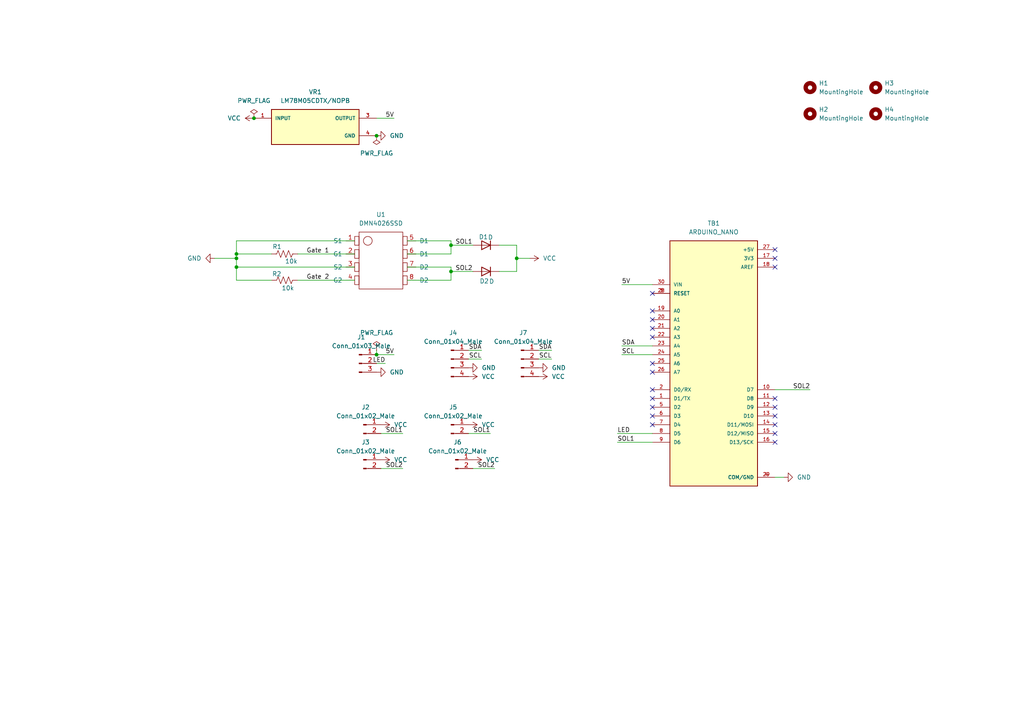
<source format=kicad_sch>
(kicad_sch (version 20211123) (generator eeschema)

  (uuid 0e0de61a-bdc0-49aa-92e9-f9aa75a7a764)

  (paper "A4")

  (lib_symbols
    (symbol "ARDUINO_NANO:ARDUINO_NANO" (pin_names (offset 1.016)) (in_bom yes) (on_board yes)
      (property "Reference" "TB" (id 0) (at -12.7 35.56 0)
        (effects (font (size 1.27 1.27)) (justify left bottom))
      )
      (property "Value" "ARDUINO_NANO" (id 1) (at -12.7 -38.1 0)
        (effects (font (size 1.27 1.27)) (justify left bottom))
      )
      (property "Footprint" "SHIELD_ARDUINO_NANO" (id 2) (at 0 0 0)
        (effects (font (size 1.27 1.27)) (justify left bottom) hide)
      )
      (property "Datasheet" "" (id 3) (at 0 0 0)
        (effects (font (size 1.27 1.27)) (justify left bottom) hide)
      )
      (property "STANDARD" "Manufacturer Recommendations" (id 4) (at 0 0 0)
        (effects (font (size 1.27 1.27)) (justify left bottom) hide)
      )
      (property "MANUFACTURER" "ARDUINO" (id 5) (at 0 0 0)
        (effects (font (size 1.27 1.27)) (justify left bottom) hide)
      )
      (property "ki_locked" "" (id 6) (at 0 0 0)
        (effects (font (size 1.27 1.27)))
      )
      (symbol "ARDUINO_NANO_0_0"
        (rectangle (start -12.7 -35.56) (end 12.7 35.56)
          (stroke (width 0.254) (type default) (color 0 0 0 0))
          (fill (type background))
        )
        (pin bidirectional line (at -17.78 -10.16 0) (length 5.08)
          (name "D1/TX" (effects (font (size 1.016 1.016))))
          (number "1" (effects (font (size 1.016 1.016))))
        )
        (pin bidirectional line (at 17.78 -7.62 180) (length 5.08)
          (name "D7" (effects (font (size 1.016 1.016))))
          (number "10" (effects (font (size 1.016 1.016))))
        )
        (pin bidirectional line (at 17.78 -10.16 180) (length 5.08)
          (name "D8" (effects (font (size 1.016 1.016))))
          (number "11" (effects (font (size 1.016 1.016))))
        )
        (pin bidirectional line (at 17.78 -12.7 180) (length 5.08)
          (name "D9" (effects (font (size 1.016 1.016))))
          (number "12" (effects (font (size 1.016 1.016))))
        )
        (pin bidirectional line (at 17.78 -15.24 180) (length 5.08)
          (name "D10" (effects (font (size 1.016 1.016))))
          (number "13" (effects (font (size 1.016 1.016))))
        )
        (pin bidirectional line (at 17.78 -17.78 180) (length 5.08)
          (name "D11/MOSI" (effects (font (size 1.016 1.016))))
          (number "14" (effects (font (size 1.016 1.016))))
        )
        (pin bidirectional line (at 17.78 -20.32 180) (length 5.08)
          (name "D12/MISO" (effects (font (size 1.016 1.016))))
          (number "15" (effects (font (size 1.016 1.016))))
        )
        (pin bidirectional line (at 17.78 -22.86 180) (length 5.08)
          (name "D13/SCK" (effects (font (size 1.016 1.016))))
          (number "16" (effects (font (size 1.016 1.016))))
        )
        (pin power_in line (at 17.78 30.48 180) (length 5.08)
          (name "3V3" (effects (font (size 1.016 1.016))))
          (number "17" (effects (font (size 1.016 1.016))))
        )
        (pin power_in line (at 17.78 27.94 180) (length 5.08)
          (name "AREF" (effects (font (size 1.016 1.016))))
          (number "18" (effects (font (size 1.016 1.016))))
        )
        (pin input line (at -17.78 15.24 0) (length 5.08)
          (name "A0" (effects (font (size 1.016 1.016))))
          (number "19" (effects (font (size 1.016 1.016))))
        )
        (pin bidirectional line (at -17.78 -7.62 0) (length 5.08)
          (name "D0/RX" (effects (font (size 1.016 1.016))))
          (number "2" (effects (font (size 1.016 1.016))))
        )
        (pin input line (at -17.78 12.7 0) (length 5.08)
          (name "A1" (effects (font (size 1.016 1.016))))
          (number "20" (effects (font (size 1.016 1.016))))
        )
        (pin input line (at -17.78 10.16 0) (length 5.08)
          (name "A2" (effects (font (size 1.016 1.016))))
          (number "21" (effects (font (size 1.016 1.016))))
        )
        (pin input line (at -17.78 7.62 0) (length 5.08)
          (name "A3" (effects (font (size 1.016 1.016))))
          (number "22" (effects (font (size 1.016 1.016))))
        )
        (pin input line (at -17.78 5.08 0) (length 5.08)
          (name "A4" (effects (font (size 1.016 1.016))))
          (number "23" (effects (font (size 1.016 1.016))))
        )
        (pin input line (at -17.78 2.54 0) (length 5.08)
          (name "A5" (effects (font (size 1.016 1.016))))
          (number "24" (effects (font (size 1.016 1.016))))
        )
        (pin input line (at -17.78 0 0) (length 5.08)
          (name "A6" (effects (font (size 1.016 1.016))))
          (number "25" (effects (font (size 1.016 1.016))))
        )
        (pin input line (at -17.78 -2.54 0) (length 5.08)
          (name "A7" (effects (font (size 1.016 1.016))))
          (number "26" (effects (font (size 1.016 1.016))))
        )
        (pin power_in line (at 17.78 33.02 180) (length 5.08)
          (name "+5V" (effects (font (size 1.016 1.016))))
          (number "27" (effects (font (size 1.016 1.016))))
        )
        (pin input line (at -17.78 20.32 0) (length 5.08)
          (name "RESET" (effects (font (size 1.016 1.016))))
          (number "28" (effects (font (size 1.016 1.016))))
        )
        (pin power_in line (at 17.78 -33.02 180) (length 5.08)
          (name "COM/GND" (effects (font (size 1.016 1.016))))
          (number "29" (effects (font (size 1.016 1.016))))
        )
        (pin input line (at -17.78 20.32 0) (length 5.08)
          (name "RESET" (effects (font (size 1.016 1.016))))
          (number "3" (effects (font (size 1.016 1.016))))
        )
        (pin input line (at -17.78 22.86 0) (length 5.08)
          (name "VIN" (effects (font (size 1.016 1.016))))
          (number "30" (effects (font (size 1.016 1.016))))
        )
        (pin power_in line (at 17.78 -33.02 180) (length 5.08)
          (name "COM/GND" (effects (font (size 1.016 1.016))))
          (number "4" (effects (font (size 1.016 1.016))))
        )
        (pin bidirectional line (at -17.78 -12.7 0) (length 5.08)
          (name "D2" (effects (font (size 1.016 1.016))))
          (number "5" (effects (font (size 1.016 1.016))))
        )
        (pin bidirectional line (at -17.78 -15.24 0) (length 5.08)
          (name "D3" (effects (font (size 1.016 1.016))))
          (number "6" (effects (font (size 1.016 1.016))))
        )
        (pin bidirectional line (at -17.78 -17.78 0) (length 5.08)
          (name "D4" (effects (font (size 1.016 1.016))))
          (number "7" (effects (font (size 1.016 1.016))))
        )
        (pin bidirectional line (at -17.78 -20.32 0) (length 5.08)
          (name "D5" (effects (font (size 1.016 1.016))))
          (number "8" (effects (font (size 1.016 1.016))))
        )
        (pin bidirectional line (at -17.78 -22.86 0) (length 5.08)
          (name "D6" (effects (font (size 1.016 1.016))))
          (number "9" (effects (font (size 1.016 1.016))))
        )
      )
    )
    (symbol "Connector:Conn_01x02_Male" (pin_names (offset 1.016) hide) (in_bom yes) (on_board yes)
      (property "Reference" "J" (id 0) (at 0 2.54 0)
        (effects (font (size 1.27 1.27)))
      )
      (property "Value" "Conn_01x02_Male" (id 1) (at 0 -5.08 0)
        (effects (font (size 1.27 1.27)))
      )
      (property "Footprint" "" (id 2) (at 0 0 0)
        (effects (font (size 1.27 1.27)) hide)
      )
      (property "Datasheet" "~" (id 3) (at 0 0 0)
        (effects (font (size 1.27 1.27)) hide)
      )
      (property "ki_keywords" "connector" (id 4) (at 0 0 0)
        (effects (font (size 1.27 1.27)) hide)
      )
      (property "ki_description" "Generic connector, single row, 01x02, script generated (kicad-library-utils/schlib/autogen/connector/)" (id 5) (at 0 0 0)
        (effects (font (size 1.27 1.27)) hide)
      )
      (property "ki_fp_filters" "Connector*:*_1x??_*" (id 6) (at 0 0 0)
        (effects (font (size 1.27 1.27)) hide)
      )
      (symbol "Conn_01x02_Male_1_1"
        (polyline
          (pts
            (xy 1.27 -2.54)
            (xy 0.8636 -2.54)
          )
          (stroke (width 0.1524) (type default) (color 0 0 0 0))
          (fill (type none))
        )
        (polyline
          (pts
            (xy 1.27 0)
            (xy 0.8636 0)
          )
          (stroke (width 0.1524) (type default) (color 0 0 0 0))
          (fill (type none))
        )
        (rectangle (start 0.8636 -2.413) (end 0 -2.667)
          (stroke (width 0.1524) (type default) (color 0 0 0 0))
          (fill (type outline))
        )
        (rectangle (start 0.8636 0.127) (end 0 -0.127)
          (stroke (width 0.1524) (type default) (color 0 0 0 0))
          (fill (type outline))
        )
        (pin passive line (at 5.08 0 180) (length 3.81)
          (name "Pin_1" (effects (font (size 1.27 1.27))))
          (number "1" (effects (font (size 1.27 1.27))))
        )
        (pin passive line (at 5.08 -2.54 180) (length 3.81)
          (name "Pin_2" (effects (font (size 1.27 1.27))))
          (number "2" (effects (font (size 1.27 1.27))))
        )
      )
    )
    (symbol "Connector:Conn_01x03_Male" (pin_names (offset 1.016) hide) (in_bom yes) (on_board yes)
      (property "Reference" "J" (id 0) (at 0 5.08 0)
        (effects (font (size 1.27 1.27)))
      )
      (property "Value" "Conn_01x03_Male" (id 1) (at 0 -5.08 0)
        (effects (font (size 1.27 1.27)))
      )
      (property "Footprint" "" (id 2) (at 0 0 0)
        (effects (font (size 1.27 1.27)) hide)
      )
      (property "Datasheet" "~" (id 3) (at 0 0 0)
        (effects (font (size 1.27 1.27)) hide)
      )
      (property "ki_keywords" "connector" (id 4) (at 0 0 0)
        (effects (font (size 1.27 1.27)) hide)
      )
      (property "ki_description" "Generic connector, single row, 01x03, script generated (kicad-library-utils/schlib/autogen/connector/)" (id 5) (at 0 0 0)
        (effects (font (size 1.27 1.27)) hide)
      )
      (property "ki_fp_filters" "Connector*:*_1x??_*" (id 6) (at 0 0 0)
        (effects (font (size 1.27 1.27)) hide)
      )
      (symbol "Conn_01x03_Male_1_1"
        (polyline
          (pts
            (xy 1.27 -2.54)
            (xy 0.8636 -2.54)
          )
          (stroke (width 0.1524) (type default) (color 0 0 0 0))
          (fill (type none))
        )
        (polyline
          (pts
            (xy 1.27 0)
            (xy 0.8636 0)
          )
          (stroke (width 0.1524) (type default) (color 0 0 0 0))
          (fill (type none))
        )
        (polyline
          (pts
            (xy 1.27 2.54)
            (xy 0.8636 2.54)
          )
          (stroke (width 0.1524) (type default) (color 0 0 0 0))
          (fill (type none))
        )
        (rectangle (start 0.8636 -2.413) (end 0 -2.667)
          (stroke (width 0.1524) (type default) (color 0 0 0 0))
          (fill (type outline))
        )
        (rectangle (start 0.8636 0.127) (end 0 -0.127)
          (stroke (width 0.1524) (type default) (color 0 0 0 0))
          (fill (type outline))
        )
        (rectangle (start 0.8636 2.667) (end 0 2.413)
          (stroke (width 0.1524) (type default) (color 0 0 0 0))
          (fill (type outline))
        )
        (pin passive line (at 5.08 2.54 180) (length 3.81)
          (name "Pin_1" (effects (font (size 1.27 1.27))))
          (number "1" (effects (font (size 1.27 1.27))))
        )
        (pin passive line (at 5.08 0 180) (length 3.81)
          (name "Pin_2" (effects (font (size 1.27 1.27))))
          (number "2" (effects (font (size 1.27 1.27))))
        )
        (pin passive line (at 5.08 -2.54 180) (length 3.81)
          (name "Pin_3" (effects (font (size 1.27 1.27))))
          (number "3" (effects (font (size 1.27 1.27))))
        )
      )
    )
    (symbol "Connector:Conn_01x04_Male" (pin_names (offset 1.016) hide) (in_bom yes) (on_board yes)
      (property "Reference" "J" (id 0) (at 0 5.08 0)
        (effects (font (size 1.27 1.27)))
      )
      (property "Value" "Conn_01x04_Male" (id 1) (at 0 -7.62 0)
        (effects (font (size 1.27 1.27)))
      )
      (property "Footprint" "" (id 2) (at 0 0 0)
        (effects (font (size 1.27 1.27)) hide)
      )
      (property "Datasheet" "~" (id 3) (at 0 0 0)
        (effects (font (size 1.27 1.27)) hide)
      )
      (property "ki_keywords" "connector" (id 4) (at 0 0 0)
        (effects (font (size 1.27 1.27)) hide)
      )
      (property "ki_description" "Generic connector, single row, 01x04, script generated (kicad-library-utils/schlib/autogen/connector/)" (id 5) (at 0 0 0)
        (effects (font (size 1.27 1.27)) hide)
      )
      (property "ki_fp_filters" "Connector*:*_1x??_*" (id 6) (at 0 0 0)
        (effects (font (size 1.27 1.27)) hide)
      )
      (symbol "Conn_01x04_Male_1_1"
        (polyline
          (pts
            (xy 1.27 -5.08)
            (xy 0.8636 -5.08)
          )
          (stroke (width 0.1524) (type default) (color 0 0 0 0))
          (fill (type none))
        )
        (polyline
          (pts
            (xy 1.27 -2.54)
            (xy 0.8636 -2.54)
          )
          (stroke (width 0.1524) (type default) (color 0 0 0 0))
          (fill (type none))
        )
        (polyline
          (pts
            (xy 1.27 0)
            (xy 0.8636 0)
          )
          (stroke (width 0.1524) (type default) (color 0 0 0 0))
          (fill (type none))
        )
        (polyline
          (pts
            (xy 1.27 2.54)
            (xy 0.8636 2.54)
          )
          (stroke (width 0.1524) (type default) (color 0 0 0 0))
          (fill (type none))
        )
        (rectangle (start 0.8636 -4.953) (end 0 -5.207)
          (stroke (width 0.1524) (type default) (color 0 0 0 0))
          (fill (type outline))
        )
        (rectangle (start 0.8636 -2.413) (end 0 -2.667)
          (stroke (width 0.1524) (type default) (color 0 0 0 0))
          (fill (type outline))
        )
        (rectangle (start 0.8636 0.127) (end 0 -0.127)
          (stroke (width 0.1524) (type default) (color 0 0 0 0))
          (fill (type outline))
        )
        (rectangle (start 0.8636 2.667) (end 0 2.413)
          (stroke (width 0.1524) (type default) (color 0 0 0 0))
          (fill (type outline))
        )
        (pin passive line (at 5.08 2.54 180) (length 3.81)
          (name "Pin_1" (effects (font (size 1.27 1.27))))
          (number "1" (effects (font (size 1.27 1.27))))
        )
        (pin passive line (at 5.08 0 180) (length 3.81)
          (name "Pin_2" (effects (font (size 1.27 1.27))))
          (number "2" (effects (font (size 1.27 1.27))))
        )
        (pin passive line (at 5.08 -2.54 180) (length 3.81)
          (name "Pin_3" (effects (font (size 1.27 1.27))))
          (number "3" (effects (font (size 1.27 1.27))))
        )
        (pin passive line (at 5.08 -5.08 180) (length 3.81)
          (name "Pin_4" (effects (font (size 1.27 1.27))))
          (number "4" (effects (font (size 1.27 1.27))))
        )
      )
    )
    (symbol "Device:D" (pin_numbers hide) (pin_names (offset 1.016) hide) (in_bom yes) (on_board yes)
      (property "Reference" "D" (id 0) (at 0 2.54 0)
        (effects (font (size 1.27 1.27)))
      )
      (property "Value" "D" (id 1) (at 0 -2.54 0)
        (effects (font (size 1.27 1.27)))
      )
      (property "Footprint" "" (id 2) (at 0 0 0)
        (effects (font (size 1.27 1.27)) hide)
      )
      (property "Datasheet" "~" (id 3) (at 0 0 0)
        (effects (font (size 1.27 1.27)) hide)
      )
      (property "ki_keywords" "diode" (id 4) (at 0 0 0)
        (effects (font (size 1.27 1.27)) hide)
      )
      (property "ki_description" "Diode" (id 5) (at 0 0 0)
        (effects (font (size 1.27 1.27)) hide)
      )
      (property "ki_fp_filters" "TO-???* *_Diode_* *SingleDiode* D_*" (id 6) (at 0 0 0)
        (effects (font (size 1.27 1.27)) hide)
      )
      (symbol "D_0_1"
        (polyline
          (pts
            (xy -1.27 1.27)
            (xy -1.27 -1.27)
          )
          (stroke (width 0.254) (type default) (color 0 0 0 0))
          (fill (type none))
        )
        (polyline
          (pts
            (xy 1.27 0)
            (xy -1.27 0)
          )
          (stroke (width 0) (type default) (color 0 0 0 0))
          (fill (type none))
        )
        (polyline
          (pts
            (xy 1.27 1.27)
            (xy 1.27 -1.27)
            (xy -1.27 0)
            (xy 1.27 1.27)
          )
          (stroke (width 0.254) (type default) (color 0 0 0 0))
          (fill (type none))
        )
      )
      (symbol "D_1_1"
        (pin passive line (at -3.81 0 0) (length 2.54)
          (name "K" (effects (font (size 1.27 1.27))))
          (number "1" (effects (font (size 1.27 1.27))))
        )
        (pin passive line (at 3.81 0 180) (length 2.54)
          (name "A" (effects (font (size 1.27 1.27))))
          (number "2" (effects (font (size 1.27 1.27))))
        )
      )
    )
    (symbol "Device:R_US" (pin_numbers hide) (pin_names (offset 0)) (in_bom yes) (on_board yes)
      (property "Reference" "R" (id 0) (at 2.54 0 90)
        (effects (font (size 1.27 1.27)))
      )
      (property "Value" "R_US" (id 1) (at -2.54 0 90)
        (effects (font (size 1.27 1.27)))
      )
      (property "Footprint" "" (id 2) (at 1.016 -0.254 90)
        (effects (font (size 1.27 1.27)) hide)
      )
      (property "Datasheet" "~" (id 3) (at 0 0 0)
        (effects (font (size 1.27 1.27)) hide)
      )
      (property "ki_keywords" "R res resistor" (id 4) (at 0 0 0)
        (effects (font (size 1.27 1.27)) hide)
      )
      (property "ki_description" "Resistor, US symbol" (id 5) (at 0 0 0)
        (effects (font (size 1.27 1.27)) hide)
      )
      (property "ki_fp_filters" "R_*" (id 6) (at 0 0 0)
        (effects (font (size 1.27 1.27)) hide)
      )
      (symbol "R_US_0_1"
        (polyline
          (pts
            (xy 0 -2.286)
            (xy 0 -2.54)
          )
          (stroke (width 0) (type default) (color 0 0 0 0))
          (fill (type none))
        )
        (polyline
          (pts
            (xy 0 2.286)
            (xy 0 2.54)
          )
          (stroke (width 0) (type default) (color 0 0 0 0))
          (fill (type none))
        )
        (polyline
          (pts
            (xy 0 -0.762)
            (xy 1.016 -1.143)
            (xy 0 -1.524)
            (xy -1.016 -1.905)
            (xy 0 -2.286)
          )
          (stroke (width 0) (type default) (color 0 0 0 0))
          (fill (type none))
        )
        (polyline
          (pts
            (xy 0 0.762)
            (xy 1.016 0.381)
            (xy 0 0)
            (xy -1.016 -0.381)
            (xy 0 -0.762)
          )
          (stroke (width 0) (type default) (color 0 0 0 0))
          (fill (type none))
        )
        (polyline
          (pts
            (xy 0 2.286)
            (xy 1.016 1.905)
            (xy 0 1.524)
            (xy -1.016 1.143)
            (xy 0 0.762)
          )
          (stroke (width 0) (type default) (color 0 0 0 0))
          (fill (type none))
        )
      )
      (symbol "R_US_1_1"
        (pin passive line (at 0 3.81 270) (length 1.27)
          (name "~" (effects (font (size 1.27 1.27))))
          (number "1" (effects (font (size 1.27 1.27))))
        )
        (pin passive line (at 0 -3.81 90) (length 1.27)
          (name "~" (effects (font (size 1.27 1.27))))
          (number "2" (effects (font (size 1.27 1.27))))
        )
      )
    )
    (symbol "HPS:GND" (power) (pin_names (offset 0)) (in_bom yes) (on_board yes)
      (property "Reference" "#PWR" (id 0) (at 0 -6.35 0)
        (effects (font (size 1.27 1.27)) hide)
      )
      (property "Value" "GND" (id 1) (at 0 -3.81 0)
        (effects (font (size 1.27 1.27)))
      )
      (property "Footprint" "" (id 2) (at 0 0 0)
        (effects (font (size 1.27 1.27)) hide)
      )
      (property "Datasheet" "" (id 3) (at 0 0 0)
        (effects (font (size 1.27 1.27)) hide)
      )
      (property "ki_keywords" "power-flag" (id 4) (at 0 0 0)
        (effects (font (size 1.27 1.27)) hide)
      )
      (property "ki_description" "Power symbol creates a global label with name \"GND\" , ground" (id 5) (at 0 0 0)
        (effects (font (size 1.27 1.27)) hide)
      )
      (symbol "GND_0_1"
        (polyline
          (pts
            (xy 0 0)
            (xy 0 -1.27)
            (xy 1.27 -1.27)
            (xy 0 -2.54)
            (xy -1.27 -1.27)
            (xy 0 -1.27)
          )
          (stroke (width 0) (type default) (color 0 0 0 0))
          (fill (type none))
        )
      )
      (symbol "GND_1_1"
        (pin power_in line (at 0 0 270) (length 0) hide
          (name "GND" (effects (font (size 1.27 1.27))))
          (number "1" (effects (font (size 1.27 1.27))))
        )
      )
    )
    (symbol "HPS:MountingHole" (pin_names (offset 1.016)) (in_bom yes) (on_board yes)
      (property "Reference" "H" (id 0) (at 0 5.08 0)
        (effects (font (size 1.27 1.27)))
      )
      (property "Value" "MountingHole" (id 1) (at 0 3.175 0)
        (effects (font (size 1.27 1.27)))
      )
      (property "Footprint" "footprints:MountingHole_3.2mm_M3" (id 2) (at 0 0 0)
        (effects (font (size 1.27 1.27)) hide)
      )
      (property "Datasheet" "~" (id 3) (at 0 0 0)
        (effects (font (size 1.27 1.27)) hide)
      )
      (property "ki_keywords" "mounting hole" (id 4) (at 0 0 0)
        (effects (font (size 1.27 1.27)) hide)
      )
      (property "ki_description" "Mounting Hole without connection" (id 5) (at 0 0 0)
        (effects (font (size 1.27 1.27)) hide)
      )
      (property "ki_fp_filters" "MountingHole*" (id 6) (at 0 0 0)
        (effects (font (size 1.27 1.27)) hide)
      )
      (symbol "MountingHole_0_1"
        (circle (center 0 0) (radius 1.27)
          (stroke (width 1.27) (type default) (color 0 0 0 0))
          (fill (type none))
        )
      )
    )
    (symbol "HPS:PWR_FLAG" (power) (pin_numbers hide) (pin_names (offset 0) hide) (in_bom yes) (on_board yes)
      (property "Reference" "#FLG" (id 0) (at 0 1.905 0)
        (effects (font (size 1.27 1.27)) hide)
      )
      (property "Value" "PWR_FLAG" (id 1) (at 0 3.81 0)
        (effects (font (size 1.27 1.27)))
      )
      (property "Footprint" "" (id 2) (at 0 0 0)
        (effects (font (size 1.27 1.27)) hide)
      )
      (property "Datasheet" "~" (id 3) (at 0 0 0)
        (effects (font (size 1.27 1.27)) hide)
      )
      (property "ki_keywords" "power-flag" (id 4) (at 0 0 0)
        (effects (font (size 1.27 1.27)) hide)
      )
      (property "ki_description" "Special symbol for telling ERC where power comes from" (id 5) (at 0 0 0)
        (effects (font (size 1.27 1.27)) hide)
      )
      (symbol "PWR_FLAG_0_0"
        (pin power_out line (at 0 0 90) (length 0)
          (name "pwr" (effects (font (size 1.27 1.27))))
          (number "1" (effects (font (size 1.27 1.27))))
        )
      )
      (symbol "PWR_FLAG_0_1"
        (polyline
          (pts
            (xy 0 0)
            (xy 0 1.27)
            (xy -1.016 1.905)
            (xy 0 2.54)
            (xy 1.016 1.905)
            (xy 0 1.27)
          )
          (stroke (width 0) (type default) (color 0 0 0 0))
          (fill (type none))
        )
      )
    )
    (symbol "HPS:VCC" (power) (pin_names (offset 0)) (in_bom yes) (on_board yes)
      (property "Reference" "#PWR" (id 0) (at 0 -3.81 0)
        (effects (font (size 1.27 1.27)) hide)
      )
      (property "Value" "VCC" (id 1) (at 0 3.81 0)
        (effects (font (size 1.27 1.27)))
      )
      (property "Footprint" "" (id 2) (at 0 0 0)
        (effects (font (size 1.27 1.27)) hide)
      )
      (property "Datasheet" "" (id 3) (at 0 0 0)
        (effects (font (size 1.27 1.27)) hide)
      )
      (property "ki_keywords" "power-flag" (id 4) (at 0 0 0)
        (effects (font (size 1.27 1.27)) hide)
      )
      (property "ki_description" "Power symbol creates a global label with name \"VCC\"" (id 5) (at 0 0 0)
        (effects (font (size 1.27 1.27)) hide)
      )
      (symbol "VCC_0_1"
        (polyline
          (pts
            (xy -0.762 1.27)
            (xy 0 2.54)
          )
          (stroke (width 0) (type default) (color 0 0 0 0))
          (fill (type none))
        )
        (polyline
          (pts
            (xy 0 0)
            (xy 0 2.54)
          )
          (stroke (width 0) (type default) (color 0 0 0 0))
          (fill (type none))
        )
        (polyline
          (pts
            (xy 0 2.54)
            (xy 0.762 1.27)
          )
          (stroke (width 0) (type default) (color 0 0 0 0))
          (fill (type none))
        )
      )
      (symbol "VCC_1_1"
        (pin power_in line (at 0 0 90) (length 0) hide
          (name "VCC" (effects (font (size 1.27 1.27))))
          (number "1" (effects (font (size 1.27 1.27))))
        )
      )
    )
    (symbol "LM78M05CDTX_NOPB:LM78M05CDTX{slash}NOPB" (pin_names (offset 1.016)) (in_bom yes) (on_board yes)
      (property "Reference" "VR" (id 0) (at -12.7 5.842 0)
        (effects (font (size 1.27 1.27)) (justify left bottom))
      )
      (property "Value" "LM78M05CDTX{slash}NOPB" (id 1) (at -12.7 -5.842 0)
        (effects (font (size 1.27 1.27)) (justify left bottom))
      )
      (property "Footprint" "TO228P991X255-3N" (id 2) (at 0 0 0)
        (effects (font (size 1.27 1.27)) (justify left bottom) hide)
      )
      (property "Datasheet" "" (id 3) (at 0 0 0)
        (effects (font (size 1.27 1.27)) (justify left bottom) hide)
      )
      (property "SNAPEDA_PACKAGE_ID" "102662" (id 4) (at 0 0 0)
        (effects (font (size 1.27 1.27)) (justify left bottom) hide)
      )
      (property "STANDARD" "IPC-7351B" (id 5) (at 0 0 0)
        (effects (font (size 1.27 1.27)) (justify left bottom) hide)
      )
      (property "PARTREV" "G" (id 6) (at 0 0 0)
        (effects (font (size 1.27 1.27)) (justify left bottom) hide)
      )
      (property "MANUFACTURER" "Texas Instruments" (id 7) (at 0 0 0)
        (effects (font (size 1.27 1.27)) (justify left bottom) hide)
      )
      (property "MAXIMUM_PACKAGE_HEIGHT" "2.55mm" (id 8) (at 0 0 0)
        (effects (font (size 1.27 1.27)) (justify left bottom) hide)
      )
      (property "ki_locked" "" (id 9) (at 0 0 0)
        (effects (font (size 1.27 1.27)))
      )
      (symbol "LM78M05CDTX{slash}NOPB_0_0"
        (rectangle (start -12.7 -5.08) (end 12.7 5.08)
          (stroke (width 0.254) (type default) (color 0 0 0 0))
          (fill (type background))
        )
        (pin input line (at -17.78 2.54 0) (length 5.08)
          (name "INPUT" (effects (font (size 1.016 1.016))))
          (number "1" (effects (font (size 1.016 1.016))))
        )
        (pin output line (at 17.78 2.54 180) (length 5.08)
          (name "OUTPUT" (effects (font (size 1.016 1.016))))
          (number "3" (effects (font (size 1.016 1.016))))
        )
        (pin power_in line (at 17.78 -2.54 180) (length 5.08)
          (name "GND" (effects (font (size 1.016 1.016))))
          (number "4" (effects (font (size 1.016 1.016))))
        )
      )
    )
    (symbol "dmn4026ssd:DMN4026SSD" (pin_names (offset 1.016)) (in_bom yes) (on_board yes)
      (property "Reference" "U2" (id 0) (at 1.27 16.891 0)
        (effects (font (size 1.27 1.27)))
      )
      (property "Value" "DMN4026SSD" (id 1) (at 1.27 14.5796 0)
        (effects (font (size 1.27 1.27)))
      )
      (property "Footprint" "Dylans_Footprints:SOIC127P600X150-8N" (id 2) (at 1.27 1.27 0)
        (effects (font (size 1.27 1.27)) hide)
      )
      (property "Datasheet" "" (id 3) (at 1.27 1.27 0)
        (effects (font (size 1.27 1.27)) hide)
      )
      (symbol "DMN4026SSD_0_1"
        (rectangle (start -5.08 0) (end -6.35 -2.54)
          (stroke (width 0) (type default) (color 0 0 0 0))
          (fill (type none))
        )
        (rectangle (start -5.08 3.81) (end -6.35 1.27)
          (stroke (width 0) (type default) (color 0 0 0 0))
          (fill (type none))
        )
        (rectangle (start -5.08 7.62) (end -6.35 5.08)
          (stroke (width 0) (type default) (color 0 0 0 0))
          (fill (type none))
        )
        (rectangle (start -5.08 11.43) (end -6.35 8.89)
          (stroke (width 0) (type default) (color 0 0 0 0))
          (fill (type none))
        )
        (rectangle (start -5.08 12.7) (end 7.62 -3.81)
          (stroke (width 0) (type default) (color 0 0 0 0))
          (fill (type none))
        )
        (circle (center -2.54 10.16) (radius 1.27)
          (stroke (width 0) (type default) (color 0 0 0 0))
          (fill (type none))
        )
        (rectangle (start 7.62 0) (end 8.89 -2.54)
          (stroke (width 0) (type default) (color 0 0 0 0))
          (fill (type none))
        )
        (rectangle (start 7.62 3.81) (end 8.89 1.27)
          (stroke (width 0) (type default) (color 0 0 0 0))
          (fill (type none))
        )
        (rectangle (start 7.62 7.62) (end 8.89 5.08)
          (stroke (width 0) (type default) (color 0 0 0 0))
          (fill (type none))
        )
        (rectangle (start 7.62 11.43) (end 8.89 8.89)
          (stroke (width 0) (type default) (color 0 0 0 0))
          (fill (type none))
        )
      )
      (symbol "DMN4026SSD_1_1"
        (pin input line (at -6.35 10.16 180) (length 2.54)
          (name "S1" (effects (font (size 1.27 1.27))))
          (number "1" (effects (font (size 1.27 1.27))))
        )
        (pin input line (at -6.35 6.35 180) (length 2.54)
          (name "G1" (effects (font (size 1.27 1.27))))
          (number "2" (effects (font (size 1.27 1.27))))
        )
        (pin input line (at -6.35 2.54 180) (length 2.54)
          (name "S2" (effects (font (size 1.27 1.27))))
          (number "3" (effects (font (size 1.27 1.27))))
        )
        (pin input line (at -6.35 -1.27 180) (length 2.54)
          (name "G2" (effects (font (size 1.27 1.27))))
          (number "4" (effects (font (size 1.27 1.27))))
        )
        (pin input line (at 8.89 10.16 0) (length 2.54)
          (name "D1" (effects (font (size 1.27 1.27))))
          (number "5" (effects (font (size 1.27 1.27))))
        )
        (pin input line (at 8.89 6.35 0) (length 2.54)
          (name "D1" (effects (font (size 1.27 1.27))))
          (number "6" (effects (font (size 1.27 1.27))))
        )
        (pin input line (at 8.89 2.54 0) (length 2.54)
          (name "D2" (effects (font (size 1.27 1.27))))
          (number "7" (effects (font (size 1.27 1.27))))
        )
        (pin input line (at 8.89 -1.27 0) (length 2.54)
          (name "D2" (effects (font (size 1.27 1.27))))
          (number "8" (effects (font (size 1.27 1.27))))
        )
      )
    )
  )

  (junction (at 109.22 39.37) (diameter 0) (color 0 0 0 0)
    (uuid 2988d4f9-18ee-43ba-97b9-41bcccd4ef86)
  )
  (junction (at 68.58 77.47) (diameter 0) (color 0 0 0 0)
    (uuid 5ced4cb8-59c8-44a9-a07a-dc5543e7a11e)
  )
  (junction (at 130.81 71.12) (diameter 0) (color 0 0 0 0)
    (uuid 5ffefe69-7eca-4a34-b153-44e0e0fb6461)
  )
  (junction (at 68.58 73.66) (diameter 0) (color 0 0 0 0)
    (uuid 9f8b31d3-764a-42c6-a526-b515d92aee6c)
  )
  (junction (at 149.86 74.93) (diameter 0) (color 0 0 0 0)
    (uuid c3d8256e-dca8-4898-bf95-b924ff4ae92c)
  )
  (junction (at 68.58 74.93) (diameter 0) (color 0 0 0 0)
    (uuid d4f1a323-c4f1-4130-a499-8963e7e11037)
  )
  (junction (at 109.22 102.87) (diameter 0) (color 0 0 0 0)
    (uuid dfda2dae-5feb-45f2-997b-978e448115e6)
  )
  (junction (at 73.66 34.29) (diameter 0) (color 0 0 0 0)
    (uuid e6d4b9fd-c929-44fb-92b5-b9406c50be2c)
  )
  (junction (at 130.81 78.74) (diameter 0) (color 0 0 0 0)
    (uuid ea1129c1-d425-44c7-ab2c-cd5880326e0d)
  )

  (no_connect (at 189.23 123.19) (uuid 5bee973d-0f26-496e-a15c-ba9193434fdb))
  (no_connect (at 189.23 113.03) (uuid 5bee973d-0f26-496e-a15c-ba9193434fdb))
  (no_connect (at 189.23 115.57) (uuid 5bee973d-0f26-496e-a15c-ba9193434fdb))
  (no_connect (at 189.23 118.11) (uuid 5bee973d-0f26-496e-a15c-ba9193434fdb))
  (no_connect (at 189.23 120.65) (uuid 5bee973d-0f26-496e-a15c-ba9193434fdb))
  (no_connect (at 224.79 120.65) (uuid 5bee973d-0f26-496e-a15c-ba9193434fdb))
  (no_connect (at 224.79 118.11) (uuid 5bee973d-0f26-496e-a15c-ba9193434fdb))
  (no_connect (at 224.79 115.57) (uuid 5bee973d-0f26-496e-a15c-ba9193434fdb))
  (no_connect (at 224.79 77.47) (uuid 5bee973d-0f26-496e-a15c-ba9193434fdb))
  (no_connect (at 189.23 97.79) (uuid 5bee973d-0f26-496e-a15c-ba9193434fdb))
  (no_connect (at 189.23 105.41) (uuid 5bee973d-0f26-496e-a15c-ba9193434fdb))
  (no_connect (at 189.23 107.95) (uuid 5bee973d-0f26-496e-a15c-ba9193434fdb))
  (no_connect (at 189.23 95.25) (uuid 5bee973d-0f26-496e-a15c-ba9193434fdb))
  (no_connect (at 189.23 92.71) (uuid 5bee973d-0f26-496e-a15c-ba9193434fdb))
  (no_connect (at 189.23 90.17) (uuid 5bee973d-0f26-496e-a15c-ba9193434fdb))
  (no_connect (at 189.23 85.09) (uuid 5bee973d-0f26-496e-a15c-ba9193434fdb))
  (no_connect (at 224.79 128.27) (uuid 5bee973d-0f26-496e-a15c-ba9193434fdb))
  (no_connect (at 224.79 125.73) (uuid 5bee973d-0f26-496e-a15c-ba9193434fdb))
  (no_connect (at 224.79 123.19) (uuid 5bee973d-0f26-496e-a15c-ba9193434fdb))
  (no_connect (at 224.79 72.39) (uuid b14616a4-5bbf-4bf2-9442-4f796e519384))
  (no_connect (at 224.79 74.93) (uuid b14616a4-5bbf-4bf2-9442-4f796e519384))

  (wire (pts (xy 86.36 81.28) (xy 102.87 81.28))
    (stroke (width 0) (type default) (color 0 0 0 0))
    (uuid 03240586-2ae1-4cf6-88e2-baae4e5ee065)
  )
  (wire (pts (xy 118.11 73.66) (xy 130.81 73.66))
    (stroke (width 0) (type default) (color 0 0 0 0))
    (uuid 03e5ccf7-fd3d-46c0-93e3-050c23962d12)
  )
  (wire (pts (xy 135.89 104.14) (xy 139.7 104.14))
    (stroke (width 0) (type default) (color 0 0 0 0))
    (uuid 0a4c8d5c-1400-4036-b78f-40fe067ea081)
  )
  (wire (pts (xy 149.86 74.93) (xy 149.86 78.74))
    (stroke (width 0) (type default) (color 0 0 0 0))
    (uuid 0a97c619-4f4a-4c2b-9666-19bff5b20ebb)
  )
  (wire (pts (xy 143.51 135.89) (xy 137.16 135.89))
    (stroke (width 0) (type default) (color 0 0 0 0))
    (uuid 10ca3244-08f2-4b0c-b689-6d0ae5bf34cd)
  )
  (wire (pts (xy 142.24 125.73) (xy 135.89 125.73))
    (stroke (width 0) (type default) (color 0 0 0 0))
    (uuid 146332c9-ec86-493d-96de-6c18da4c2599)
  )
  (wire (pts (xy 68.58 77.47) (xy 68.58 81.28))
    (stroke (width 0) (type default) (color 0 0 0 0))
    (uuid 1700d875-f72e-4d1b-812e-92e13ecfcacf)
  )
  (wire (pts (xy 180.34 100.33) (xy 189.23 100.33))
    (stroke (width 0) (type default) (color 0 0 0 0))
    (uuid 19a47125-d224-45b1-9fae-84f9ed71b6fc)
  )
  (wire (pts (xy 68.58 77.47) (xy 102.87 77.47))
    (stroke (width 0) (type default) (color 0 0 0 0))
    (uuid 19aac457-7748-499a-9c63-2d4e2276c624)
  )
  (wire (pts (xy 68.58 74.93) (xy 68.58 77.47))
    (stroke (width 0) (type default) (color 0 0 0 0))
    (uuid 3932b0e7-8c21-4975-b843-3b3bb398200f)
  )
  (wire (pts (xy 62.23 74.93) (xy 68.58 74.93))
    (stroke (width 0) (type default) (color 0 0 0 0))
    (uuid 4483c4dc-28be-405f-aa5f-2fc74a370a42)
  )
  (wire (pts (xy 160.02 101.6) (xy 156.21 101.6))
    (stroke (width 0) (type default) (color 0 0 0 0))
    (uuid 46a5532d-dd8c-49d0-9386-04f081e31a99)
  )
  (wire (pts (xy 130.81 69.85) (xy 130.81 71.12))
    (stroke (width 0) (type default) (color 0 0 0 0))
    (uuid 49664c20-f6e9-47be-9296-2ac9d8f5c4a3)
  )
  (wire (pts (xy 68.58 81.28) (xy 78.74 81.28))
    (stroke (width 0) (type default) (color 0 0 0 0))
    (uuid 4a707704-1f93-4d19-bcf8-f8ab21c51130)
  )
  (wire (pts (xy 156.21 104.14) (xy 160.02 104.14))
    (stroke (width 0) (type default) (color 0 0 0 0))
    (uuid 4a7ffa59-cf7f-4fc5-aad8-bffeebb2f669)
  )
  (wire (pts (xy 139.7 101.6) (xy 135.89 101.6))
    (stroke (width 0) (type default) (color 0 0 0 0))
    (uuid 4c8ac99e-a22e-4850-adb5-c60780d00be6)
  )
  (wire (pts (xy 109.22 101.6) (xy 109.22 102.87))
    (stroke (width 0) (type default) (color 0 0 0 0))
    (uuid 4e48b06d-84e5-473d-8b35-b2a21de42527)
  )
  (wire (pts (xy 68.58 73.66) (xy 78.74 73.66))
    (stroke (width 0) (type default) (color 0 0 0 0))
    (uuid 507bf314-570c-40b1-9959-5a7fe3ea6fd3)
  )
  (wire (pts (xy 68.58 73.66) (xy 68.58 74.93))
    (stroke (width 0) (type default) (color 0 0 0 0))
    (uuid 5bafd999-5927-4e7b-876a-c2cb0b1fbef2)
  )
  (wire (pts (xy 130.81 73.66) (xy 130.81 71.12))
    (stroke (width 0) (type default) (color 0 0 0 0))
    (uuid 61a0e58f-9713-4e95-9def-549ed8082364)
  )
  (wire (pts (xy 68.58 69.85) (xy 102.87 69.85))
    (stroke (width 0) (type default) (color 0 0 0 0))
    (uuid 61e5a970-6e2e-4492-bdb1-f1ce4252ae1e)
  )
  (wire (pts (xy 144.78 71.12) (xy 149.86 71.12))
    (stroke (width 0) (type default) (color 0 0 0 0))
    (uuid 6ec63b40-c83a-471b-9bde-b7d24589b28b)
  )
  (wire (pts (xy 109.22 105.41) (xy 111.76 105.41))
    (stroke (width 0) (type default) (color 0 0 0 0))
    (uuid 7bb9383b-1a49-4b3f-9cab-541d45050561)
  )
  (wire (pts (xy 227.33 138.43) (xy 224.79 138.43))
    (stroke (width 0) (type default) (color 0 0 0 0))
    (uuid 7d71ba86-1ba4-48a4-9395-21529408ecfd)
  )
  (wire (pts (xy 118.11 69.85) (xy 130.81 69.85))
    (stroke (width 0) (type default) (color 0 0 0 0))
    (uuid 81ec126a-16a3-4ff7-be0e-076a6e03ab80)
  )
  (wire (pts (xy 224.79 113.03) (xy 234.95 113.03))
    (stroke (width 0) (type default) (color 0 0 0 0))
    (uuid 858a308a-3783-4388-ad8a-6c186f8e1241)
  )
  (wire (pts (xy 179.07 128.27) (xy 189.23 128.27))
    (stroke (width 0) (type default) (color 0 0 0 0))
    (uuid 96dcb629-f974-4bd4-b8c4-f8653d7da62e)
  )
  (wire (pts (xy 144.78 78.74) (xy 149.86 78.74))
    (stroke (width 0) (type default) (color 0 0 0 0))
    (uuid 9f61b981-bea5-452f-a664-40bfcdb835d8)
  )
  (wire (pts (xy 109.22 102.87) (xy 114.3 102.87))
    (stroke (width 0) (type default) (color 0 0 0 0))
    (uuid a4a2c0ef-efbe-400f-8d92-e1f93cfaee29)
  )
  (wire (pts (xy 130.81 71.12) (xy 137.16 71.12))
    (stroke (width 0) (type default) (color 0 0 0 0))
    (uuid b9084ffa-0a7c-491e-962b-5979a7371252)
  )
  (wire (pts (xy 116.84 125.73) (xy 110.49 125.73))
    (stroke (width 0) (type default) (color 0 0 0 0))
    (uuid bb2b8414-02a0-441b-bcee-26805901d335)
  )
  (wire (pts (xy 116.84 135.89) (xy 110.49 135.89))
    (stroke (width 0) (type default) (color 0 0 0 0))
    (uuid bb69c77a-d4dc-4005-a6e7-aa204a5d5435)
  )
  (wire (pts (xy 86.36 73.66) (xy 102.87 73.66))
    (stroke (width 0) (type default) (color 0 0 0 0))
    (uuid be779811-8f2d-4fb0-8c4f-a7b589838ce1)
  )
  (wire (pts (xy 130.81 77.47) (xy 130.81 78.74))
    (stroke (width 0) (type default) (color 0 0 0 0))
    (uuid bedc8184-253c-4fd0-af00-7430354b01ab)
  )
  (wire (pts (xy 118.11 81.28) (xy 130.81 81.28))
    (stroke (width 0) (type default) (color 0 0 0 0))
    (uuid c5a2b1ca-ed33-476b-8497-a7cf0657fb59)
  )
  (wire (pts (xy 109.22 34.29) (xy 114.3 34.29))
    (stroke (width 0) (type default) (color 0 0 0 0))
    (uuid c7094d12-fe9e-45b8-a1cb-9b0ba52136b6)
  )
  (wire (pts (xy 68.58 69.85) (xy 68.58 73.66))
    (stroke (width 0) (type default) (color 0 0 0 0))
    (uuid cdbc7a40-1e1c-46e0-80d0-3b189d98daed)
  )
  (wire (pts (xy 179.07 125.73) (xy 189.23 125.73))
    (stroke (width 0) (type default) (color 0 0 0 0))
    (uuid d20430a7-5bf5-48d2-ac7f-ef393846c11f)
  )
  (wire (pts (xy 180.34 102.87) (xy 189.23 102.87))
    (stroke (width 0) (type default) (color 0 0 0 0))
    (uuid d3abe857-c73e-48c7-839d-afd133462672)
  )
  (wire (pts (xy 149.86 74.93) (xy 153.67 74.93))
    (stroke (width 0) (type default) (color 0 0 0 0))
    (uuid d9caf3a7-fe3c-4da7-aff0-1b33ae79a6aa)
  )
  (wire (pts (xy 130.81 81.28) (xy 130.81 78.74))
    (stroke (width 0) (type default) (color 0 0 0 0))
    (uuid e8984365-d876-421a-b6e3-b5aeb2f47aa7)
  )
  (wire (pts (xy 130.81 78.74) (xy 137.16 78.74))
    (stroke (width 0) (type default) (color 0 0 0 0))
    (uuid ed3e9457-8166-488f-84ef-54b3d39b1e38)
  )
  (wire (pts (xy 180.34 82.55) (xy 189.23 82.55))
    (stroke (width 0) (type default) (color 0 0 0 0))
    (uuid ed4e7d4d-01b8-4d06-a12e-044d6faf8d42)
  )
  (wire (pts (xy 118.11 77.47) (xy 130.81 77.47))
    (stroke (width 0) (type default) (color 0 0 0 0))
    (uuid f93be150-1892-4285-8ea5-257764d890c7)
  )
  (wire (pts (xy 149.86 71.12) (xy 149.86 74.93))
    (stroke (width 0) (type default) (color 0 0 0 0))
    (uuid ffc3cbee-b47b-44ef-b8bf-1c37f2ff66cf)
  )

  (label "SOL2" (at 143.51 135.89 180)
    (effects (font (size 1.27 1.27)) (justify right bottom))
    (uuid 12b215db-f036-4451-953d-17c50aad711b)
  )
  (label "LED" (at 111.76 105.41 180)
    (effects (font (size 1.27 1.27)) (justify right bottom))
    (uuid 16d1bdb1-a567-4b48-8df8-149dd95ed4aa)
  )
  (label "SDA" (at 180.34 100.33 0)
    (effects (font (size 1.27 1.27)) (justify left bottom))
    (uuid 47e5f654-5e34-4b2e-841f-0f4eeae56dbf)
  )
  (label "SDA" (at 160.02 101.6 180)
    (effects (font (size 1.27 1.27)) (justify right bottom))
    (uuid 5b443851-20bd-4d49-b149-1433f9be0d18)
  )
  (label "SCL" (at 139.7 104.14 180)
    (effects (font (size 1.27 1.27)) (justify right bottom))
    (uuid 6c36afec-84bc-448b-841c-ddbd09e4cf6c)
  )
  (label "SOL1" (at 116.84 125.73 180)
    (effects (font (size 1.27 1.27)) (justify right bottom))
    (uuid 71e1174d-80ed-4c8b-a51b-e1758d6d8de5)
  )
  (label "5V" (at 114.3 102.87 180)
    (effects (font (size 1.27 1.27)) (justify right bottom))
    (uuid 9306f9f2-d3fa-43b1-a820-a98ee600a314)
  )
  (label "SCL" (at 180.34 102.87 0)
    (effects (font (size 1.27 1.27)) (justify left bottom))
    (uuid a73d09ea-fe58-49f7-b221-98f02a977f99)
  )
  (label "SOL2" (at 234.95 113.03 180)
    (effects (font (size 1.27 1.27)) (justify right bottom))
    (uuid ac236567-1a7a-4cfb-8278-5f7db3ad1913)
  )
  (label "SOL1" (at 142.24 125.73 180)
    (effects (font (size 1.27 1.27)) (justify right bottom))
    (uuid b20e619b-a775-4e43-81d0-428d03b95ae8)
  )
  (label "5V" (at 180.34 82.55 0)
    (effects (font (size 1.27 1.27)) (justify left bottom))
    (uuid b5aca1f9-78db-45b9-8249-e023deec479b)
  )
  (label "LED" (at 179.07 125.73 0)
    (effects (font (size 1.27 1.27)) (justify left bottom))
    (uuid c8a43229-bd37-4a66-b0cb-485cecd3a098)
  )
  (label "SOL1" (at 132.08 71.12 0)
    (effects (font (size 1.27 1.27)) (justify left bottom))
    (uuid cf8025f7-091f-467c-a01c-9b912f131d7d)
  )
  (label "SOL2" (at 116.84 135.89 180)
    (effects (font (size 1.27 1.27)) (justify right bottom))
    (uuid d1005f8f-cdb8-49d9-a972-ae70c12443ba)
  )
  (label "Gate 1" (at 88.9 73.66 0)
    (effects (font (size 1.27 1.27)) (justify left bottom))
    (uuid de8414c3-6aa0-417b-8ab1-352064c6ee22)
  )
  (label "SOL1" (at 179.07 128.27 0)
    (effects (font (size 1.27 1.27)) (justify left bottom))
    (uuid df50f573-68c8-40df-ba09-8a9e557acd28)
  )
  (label "SCL" (at 160.02 104.14 180)
    (effects (font (size 1.27 1.27)) (justify right bottom))
    (uuid e9bf8320-9f03-45ff-b6bf-5315c6d4ab82)
  )
  (label "Gate 2" (at 88.9 81.28 0)
    (effects (font (size 1.27 1.27)) (justify left bottom))
    (uuid ea278e73-0359-4022-9566-d04095fc6edd)
  )
  (label "SDA" (at 139.7 101.6 180)
    (effects (font (size 1.27 1.27)) (justify right bottom))
    (uuid eb5ad011-8925-437b-a13a-fda51ed9c126)
  )
  (label "SOL2" (at 132.08 78.74 0)
    (effects (font (size 1.27 1.27)) (justify left bottom))
    (uuid efc687ea-abc7-49ec-a630-400b82476b04)
  )
  (label "5V" (at 114.3 34.29 180)
    (effects (font (size 1.27 1.27)) (justify right bottom))
    (uuid f8f61639-becf-4eb0-9efc-951091af0139)
  )

  (symbol (lib_id "HPS:GND") (at 156.21 106.68 90) (unit 1)
    (in_bom yes) (on_board yes) (fields_autoplaced)
    (uuid 0318cb37-4931-4653-b07a-b6182d5ef321)
    (property "Reference" "#PWR0108" (id 0) (at 162.56 106.68 0)
      (effects (font (size 1.27 1.27)) hide)
    )
    (property "Value" "GND" (id 1) (at 160.02 106.6799 90)
      (effects (font (size 1.27 1.27)) (justify right))
    )
    (property "Footprint" "" (id 2) (at 156.21 106.68 0)
      (effects (font (size 1.27 1.27)) hide)
    )
    (property "Datasheet" "" (id 3) (at 156.21 106.68 0)
      (effects (font (size 1.27 1.27)) hide)
    )
    (pin "1" (uuid eaa5ce20-221b-45b8-a9b1-db5603477edd))
  )

  (symbol (lib_id "HPS:MountingHole") (at 234.95 33.02 0) (unit 1)
    (in_bom yes) (on_board yes) (fields_autoplaced)
    (uuid 064acf85-2fd4-422b-bc18-acd30f21f91d)
    (property "Reference" "H2" (id 0) (at 237.49 31.7499 0)
      (effects (font (size 1.27 1.27)) (justify left))
    )
    (property "Value" "MountingHole" (id 1) (at 237.49 34.2899 0)
      (effects (font (size 1.27 1.27)) (justify left))
    )
    (property "Footprint" "footprints:MountingHole_3.2mm_M3" (id 2) (at 234.95 33.02 0)
      (effects (font (size 1.27 1.27)) hide)
    )
    (property "Datasheet" "~" (id 3) (at 234.95 33.02 0)
      (effects (font (size 1.27 1.27)) hide)
    )
  )

  (symbol (lib_id "HPS:VCC") (at 137.16 133.35 270) (unit 1)
    (in_bom yes) (on_board yes) (fields_autoplaced)
    (uuid 0aa92b90-d195-40a3-8d7e-62cf5ef6bae9)
    (property "Reference" "#PWR0103" (id 0) (at 133.35 133.35 0)
      (effects (font (size 1.27 1.27)) hide)
    )
    (property "Value" "VCC" (id 1) (at 140.97 133.3499 90)
      (effects (font (size 1.27 1.27)) (justify left))
    )
    (property "Footprint" "" (id 2) (at 137.16 133.35 0)
      (effects (font (size 1.27 1.27)) hide)
    )
    (property "Datasheet" "" (id 3) (at 137.16 133.35 0)
      (effects (font (size 1.27 1.27)) hide)
    )
    (pin "1" (uuid 5bb7aaf5-35e3-4412-ab36-334506fd38f2))
  )

  (symbol (lib_id "LM78M05CDTX_NOPB:LM78M05CDTX{slash}NOPB") (at 91.44 36.83 0) (unit 1)
    (in_bom yes) (on_board yes) (fields_autoplaced)
    (uuid 18ce9211-df17-4abe-9507-22a53bdc2068)
    (property "Reference" "VR1" (id 0) (at 91.44 26.67 0))
    (property "Value" "LM78M05CDTX/NOPB" (id 1) (at 91.44 29.21 0))
    (property "Footprint" ".pretty:TO228P991X255-3N" (id 2) (at 91.44 36.83 0)
      (effects (font (size 1.27 1.27)) (justify left bottom) hide)
    )
    (property "Datasheet" "" (id 3) (at 91.44 36.83 0)
      (effects (font (size 1.27 1.27)) (justify left bottom) hide)
    )
    (property "SNAPEDA_PACKAGE_ID" "102662" (id 4) (at 91.44 36.83 0)
      (effects (font (size 1.27 1.27)) (justify left bottom) hide)
    )
    (property "STANDARD" "IPC-7351B" (id 5) (at 91.44 36.83 0)
      (effects (font (size 1.27 1.27)) (justify left bottom) hide)
    )
    (property "PARTREV" "G" (id 6) (at 91.44 36.83 0)
      (effects (font (size 1.27 1.27)) (justify left bottom) hide)
    )
    (property "MANUFACTURER" "Texas Instruments" (id 7) (at 91.44 36.83 0)
      (effects (font (size 1.27 1.27)) (justify left bottom) hide)
    )
    (property "MAXIMUM_PACKAGE_HEIGHT" "2.55mm" (id 8) (at 91.44 36.83 0)
      (effects (font (size 1.27 1.27)) (justify left bottom) hide)
    )
    (pin "1" (uuid 4d918b4b-1e0c-4090-9da4-58600e547950))
    (pin "3" (uuid 62b3bd66-3081-4bee-9f17-da0178876fe5))
    (pin "4" (uuid dd9158b3-917b-468a-9cb8-8724bf5234b4))
  )

  (symbol (lib_id "HPS:PWR_FLAG") (at 73.66 34.29 0) (unit 1)
    (in_bom yes) (on_board yes) (fields_autoplaced)
    (uuid 22d6bc29-553d-4594-853b-612f0e90127b)
    (property "Reference" "#FLG0102" (id 0) (at 73.66 32.385 0)
      (effects (font (size 1.27 1.27)) hide)
    )
    (property "Value" "PWR_FLAG" (id 1) (at 73.66 29.21 0))
    (property "Footprint" "" (id 2) (at 73.66 34.29 0)
      (effects (font (size 1.27 1.27)) hide)
    )
    (property "Datasheet" "~" (id 3) (at 73.66 34.29 0)
      (effects (font (size 1.27 1.27)) hide)
    )
    (pin "1" (uuid 5e627c09-4c5e-466e-be5e-f415ef089de3))
  )

  (symbol (lib_id "HPS:MountingHole") (at 234.95 25.4 0) (unit 1)
    (in_bom yes) (on_board yes) (fields_autoplaced)
    (uuid 27b6c24d-a5e0-4cac-9c9f-f5d7b92c9e6f)
    (property "Reference" "H1" (id 0) (at 237.49 24.1299 0)
      (effects (font (size 1.27 1.27)) (justify left))
    )
    (property "Value" "MountingHole" (id 1) (at 237.49 26.6699 0)
      (effects (font (size 1.27 1.27)) (justify left))
    )
    (property "Footprint" "footprints:MountingHole_3.2mm_M3" (id 2) (at 234.95 25.4 0)
      (effects (font (size 1.27 1.27)) hide)
    )
    (property "Datasheet" "~" (id 3) (at 234.95 25.4 0)
      (effects (font (size 1.27 1.27)) hide)
    )
  )

  (symbol (lib_id "Device:D") (at 140.97 78.74 180) (unit 1)
    (in_bom yes) (on_board yes)
    (uuid 30489329-5ac8-4e95-a44c-1a827fdb90d5)
    (property "Reference" "D2" (id 0) (at 140.4508 81.5339 0))
    (property "Value" "D" (id 1) (at 142.5948 81.6123 0))
    (property "Footprint" "Diode_SMD:D_1812_4532Metric_Pad1.30x3.40mm_HandSolder" (id 2) (at 140.97 78.74 0)
      (effects (font (size 1.27 1.27)) hide)
    )
    (property "Datasheet" "~" (id 3) (at 140.97 78.74 0)
      (effects (font (size 1.27 1.27)) hide)
    )
    (pin "1" (uuid 4813d68a-d52b-4b65-97b7-f5b7971e579e))
    (pin "2" (uuid 702d43ac-c3cf-4297-99a2-898a33e9737b))
  )

  (symbol (lib_id "HPS:PWR_FLAG") (at 109.22 101.6 0) (unit 1)
    (in_bom yes) (on_board yes) (fields_autoplaced)
    (uuid 3343345a-4a1e-479e-97fe-80c94fd5ca3a)
    (property "Reference" "#FLG0103" (id 0) (at 109.22 99.695 0)
      (effects (font (size 1.27 1.27)) hide)
    )
    (property "Value" "PWR_FLAG" (id 1) (at 109.22 96.52 0))
    (property "Footprint" "" (id 2) (at 109.22 101.6 0)
      (effects (font (size 1.27 1.27)) hide)
    )
    (property "Datasheet" "~" (id 3) (at 109.22 101.6 0)
      (effects (font (size 1.27 1.27)) hide)
    )
    (pin "1" (uuid 58b736e9-58fd-4112-9593-984f9a1043c4))
  )

  (symbol (lib_id "HPS:VCC") (at 110.49 133.35 270) (unit 1)
    (in_bom yes) (on_board yes) (fields_autoplaced)
    (uuid 3bcd999f-c075-4919-9580-5aaee7e18dd8)
    (property "Reference" "#PWR0111" (id 0) (at 106.68 133.35 0)
      (effects (font (size 1.27 1.27)) hide)
    )
    (property "Value" "VCC" (id 1) (at 114.3 133.3499 90)
      (effects (font (size 1.27 1.27)) (justify left))
    )
    (property "Footprint" "" (id 2) (at 110.49 133.35 0)
      (effects (font (size 1.27 1.27)) hide)
    )
    (property "Datasheet" "" (id 3) (at 110.49 133.35 0)
      (effects (font (size 1.27 1.27)) hide)
    )
    (pin "1" (uuid 7616f3b7-86bf-468a-b4d9-23fdbd14b65a))
  )

  (symbol (lib_id "dmn4026ssd:DMN4026SSD") (at 109.22 80.01 0) (unit 1)
    (in_bom yes) (on_board yes) (fields_autoplaced)
    (uuid 3e06b53a-8328-45fc-8758-ebd24a3b5e1c)
    (property "Reference" "U1" (id 0) (at 110.49 62.23 0))
    (property "Value" "DMN4026SSD" (id 1) (at 110.49 64.77 0))
    (property "Footprint" ".pretty:SOIC127P600X150-8N" (id 2) (at 110.49 78.74 0)
      (effects (font (size 1.27 1.27)) hide)
    )
    (property "Datasheet" "" (id 3) (at 110.49 78.74 0)
      (effects (font (size 1.27 1.27)) hide)
    )
    (pin "1" (uuid 94954be4-ee4b-499d-846b-c5e64f571cc8))
    (pin "2" (uuid f393073b-42ad-4598-bdeb-db874e53742e))
    (pin "3" (uuid 4693773c-3556-40a0-873a-7dd0e25dba81))
    (pin "4" (uuid 3f6f49c3-9ca4-4666-8ec6-656c83450227))
    (pin "5" (uuid e0a5a625-5c1e-4925-af23-6d949f96b0e5))
    (pin "6" (uuid f5beb9b5-8cc1-4119-8eaa-08cad05eb684))
    (pin "7" (uuid 76f23e3b-8ffa-4008-8cae-17bf2048289e))
    (pin "8" (uuid bf26e0d4-0061-41aa-a0b6-7728f7eda16c))
  )

  (symbol (lib_id "HPS:VCC") (at 156.21 109.22 270) (unit 1)
    (in_bom yes) (on_board yes) (fields_autoplaced)
    (uuid 43ce90d2-f478-408e-b062-fe4e30f84683)
    (property "Reference" "#PWR0107" (id 0) (at 152.4 109.22 0)
      (effects (font (size 1.27 1.27)) hide)
    )
    (property "Value" "VCC" (id 1) (at 160.02 109.2199 90)
      (effects (font (size 1.27 1.27)) (justify left))
    )
    (property "Footprint" "" (id 2) (at 156.21 109.22 0)
      (effects (font (size 1.27 1.27)) hide)
    )
    (property "Datasheet" "" (id 3) (at 156.21 109.22 0)
      (effects (font (size 1.27 1.27)) hide)
    )
    (pin "1" (uuid e461579e-7362-4adf-95b0-be4febee9857))
  )

  (symbol (lib_id "Connector:Conn_01x04_Male") (at 130.81 104.14 0) (unit 1)
    (in_bom yes) (on_board yes) (fields_autoplaced)
    (uuid 45d903d8-5019-4628-8313-5e8bb600a98f)
    (property "Reference" "J4" (id 0) (at 131.445 96.52 0))
    (property "Value" "Conn_01x04_Male" (id 1) (at 131.445 99.06 0))
    (property "Footprint" "Connector_PinHeader_2.54mm:PinHeader_1x04_P2.54mm_Vertical" (id 2) (at 130.81 104.14 0)
      (effects (font (size 1.27 1.27)) hide)
    )
    (property "Datasheet" "~" (id 3) (at 130.81 104.14 0)
      (effects (font (size 1.27 1.27)) hide)
    )
    (pin "1" (uuid a4dfaeb9-0915-4b92-8d5d-691f8099d286))
    (pin "2" (uuid f3ca22d6-6220-4a85-875f-c3ba35a5f10c))
    (pin "3" (uuid 83581f91-5db2-46eb-82b5-46262f4617d5))
    (pin "4" (uuid a6888e8d-f36f-4032-a9d8-6ec283a780d7))
  )

  (symbol (lib_id "Connector:Conn_01x02_Male") (at 105.41 133.35 0) (unit 1)
    (in_bom yes) (on_board yes)
    (uuid 466a20e2-a7d5-4542-9e61-6b26025648ee)
    (property "Reference" "J3" (id 0) (at 106.045 128.27 0))
    (property "Value" "Conn_01x02_Male" (id 1) (at 106.045 130.81 0))
    (property "Footprint" "Connector_PinHeader_2.54mm:PinHeader_1x02_P2.54mm_Vertical" (id 2) (at 105.41 133.35 0)
      (effects (font (size 1.27 1.27)) hide)
    )
    (property "Datasheet" "~" (id 3) (at 105.41 133.35 0)
      (effects (font (size 1.27 1.27)) hide)
    )
    (pin "1" (uuid 3f00bf99-fc02-40eb-9d4e-33fa9d4a5656))
    (pin "2" (uuid 0c156e7b-c2f4-48b2-9617-806453e3adb5))
  )

  (symbol (lib_id "Connector:Conn_01x03_Male") (at 104.14 105.41 0) (unit 1)
    (in_bom yes) (on_board yes) (fields_autoplaced)
    (uuid 4cda0730-de2a-4d5a-9500-39ae5a8e4e13)
    (property "Reference" "J1" (id 0) (at 104.775 97.79 0))
    (property "Value" "Conn_01x03_Male" (id 1) (at 104.775 100.33 0))
    (property "Footprint" "Connector_PinHeader_2.54mm:PinHeader_1x03_P2.54mm_Vertical" (id 2) (at 104.14 105.41 0)
      (effects (font (size 1.27 1.27)) hide)
    )
    (property "Datasheet" "~" (id 3) (at 104.14 105.41 0)
      (effects (font (size 1.27 1.27)) hide)
    )
    (pin "1" (uuid 62b08652-b7e7-4c59-a218-a639ca13f8d1))
    (pin "2" (uuid 3d1f0be5-31d3-4410-a646-832b65bc5008))
    (pin "3" (uuid 65ba998c-2445-4d58-94c8-31024d07dd18))
  )

  (symbol (lib_id "Connector:Conn_01x02_Male") (at 130.81 123.19 0) (unit 1)
    (in_bom yes) (on_board yes)
    (uuid 5367a3dd-484b-42f9-9b1f-8b7e83fd6229)
    (property "Reference" "J5" (id 0) (at 131.445 118.11 0))
    (property "Value" "Conn_01x02_Male" (id 1) (at 131.445 120.65 0))
    (property "Footprint" "Connector_PinHeader_2.54mm:PinHeader_1x02_P2.54mm_Vertical" (id 2) (at 130.81 123.19 0)
      (effects (font (size 1.27 1.27)) hide)
    )
    (property "Datasheet" "~" (id 3) (at 130.81 123.19 0)
      (effects (font (size 1.27 1.27)) hide)
    )
    (pin "1" (uuid 667f7fef-c441-4535-bdee-b815ec088a66))
    (pin "2" (uuid 373a1175-8994-4079-8cc5-db8fa970d8be))
  )

  (symbol (lib_id "Device:R_US") (at 82.55 81.28 90) (unit 1)
    (in_bom yes) (on_board yes)
    (uuid 5e033fcd-c3e8-405e-b542-f9d0a32bc5c7)
    (property "Reference" "R2" (id 0) (at 80.2714 79.4497 90))
    (property "Value" "10k" (id 1) (at 83.4962 83.546 90))
    (property "Footprint" "Resistor_SMD:R_0805_2012Metric_Pad1.20x1.40mm_HandSolder" (id 2) (at 82.804 80.264 90)
      (effects (font (size 1.27 1.27)) hide)
    )
    (property "Datasheet" "~" (id 3) (at 82.55 81.28 0)
      (effects (font (size 1.27 1.27)) hide)
    )
    (pin "1" (uuid abc631b9-c933-48c1-abe3-dc4ab3f27702))
    (pin "2" (uuid bf2ccdb4-968c-4987-92f6-70dcd6079b58))
  )

  (symbol (lib_id "HPS:VCC") (at 110.49 123.19 270) (unit 1)
    (in_bom yes) (on_board yes) (fields_autoplaced)
    (uuid 6396d405-0b55-461e-9e60-4d9535e43342)
    (property "Reference" "#PWR0112" (id 0) (at 106.68 123.19 0)
      (effects (font (size 1.27 1.27)) hide)
    )
    (property "Value" "VCC" (id 1) (at 114.3 123.1899 90)
      (effects (font (size 1.27 1.27)) (justify left))
    )
    (property "Footprint" "" (id 2) (at 110.49 123.19 0)
      (effects (font (size 1.27 1.27)) hide)
    )
    (property "Datasheet" "" (id 3) (at 110.49 123.19 0)
      (effects (font (size 1.27 1.27)) hide)
    )
    (pin "1" (uuid d046a88b-2cbc-4a50-ae20-432b4e642a7a))
  )

  (symbol (lib_id "HPS:VCC") (at 73.66 34.29 90) (unit 1)
    (in_bom yes) (on_board yes) (fields_autoplaced)
    (uuid 663618eb-0d21-44b9-9792-ccbdda6fa675)
    (property "Reference" "#PWR0113" (id 0) (at 77.47 34.29 0)
      (effects (font (size 1.27 1.27)) hide)
    )
    (property "Value" "VCC" (id 1) (at 69.85 34.2899 90)
      (effects (font (size 1.27 1.27)) (justify left))
    )
    (property "Footprint" "" (id 2) (at 73.66 34.29 0)
      (effects (font (size 1.27 1.27)) hide)
    )
    (property "Datasheet" "" (id 3) (at 73.66 34.29 0)
      (effects (font (size 1.27 1.27)) hide)
    )
    (pin "1" (uuid a7d1476b-76dd-44fb-8bc5-91e48922ddba))
  )

  (symbol (lib_id "HPS:MountingHole") (at 254 33.02 0) (unit 1)
    (in_bom yes) (on_board yes) (fields_autoplaced)
    (uuid 6b8b34df-e2a9-47f4-96d8-fc368ab4ccbb)
    (property "Reference" "H4" (id 0) (at 256.54 31.7499 0)
      (effects (font (size 1.27 1.27)) (justify left))
    )
    (property "Value" "MountingHole" (id 1) (at 256.54 34.2899 0)
      (effects (font (size 1.27 1.27)) (justify left))
    )
    (property "Footprint" "footprints:MountingHole_3.2mm_M3" (id 2) (at 254 33.02 0)
      (effects (font (size 1.27 1.27)) hide)
    )
    (property "Datasheet" "~" (id 3) (at 254 33.02 0)
      (effects (font (size 1.27 1.27)) hide)
    )
  )

  (symbol (lib_id "HPS:GND") (at 227.33 138.43 90) (unit 1)
    (in_bom yes) (on_board yes) (fields_autoplaced)
    (uuid 7e43a73b-7774-45c2-b624-ba0bf0780b1b)
    (property "Reference" "#PWR0115" (id 0) (at 233.68 138.43 0)
      (effects (font (size 1.27 1.27)) hide)
    )
    (property "Value" "GND" (id 1) (at 231.14 138.4299 90)
      (effects (font (size 1.27 1.27)) (justify right))
    )
    (property "Footprint" "" (id 2) (at 227.33 138.43 0)
      (effects (font (size 1.27 1.27)) hide)
    )
    (property "Datasheet" "" (id 3) (at 227.33 138.43 0)
      (effects (font (size 1.27 1.27)) hide)
    )
    (pin "1" (uuid 19b57577-5cd9-4223-ad66-03be32b79b3e))
  )

  (symbol (lib_id "Connector:Conn_01x02_Male") (at 105.41 123.19 0) (unit 1)
    (in_bom yes) (on_board yes)
    (uuid 7ff26be9-b344-4306-bc66-ba17e220a562)
    (property "Reference" "J2" (id 0) (at 106.045 118.11 0))
    (property "Value" "Conn_01x02_Male" (id 1) (at 106.045 120.65 0))
    (property "Footprint" "Connector_PinHeader_2.54mm:PinHeader_1x02_P2.54mm_Vertical" (id 2) (at 105.41 123.19 0)
      (effects (font (size 1.27 1.27)) hide)
    )
    (property "Datasheet" "~" (id 3) (at 105.41 123.19 0)
      (effects (font (size 1.27 1.27)) hide)
    )
    (pin "1" (uuid ae8cedcc-7ba7-4e6d-9d93-db4102efaca3))
    (pin "2" (uuid b99e17d3-b86c-42d0-b63b-02510a88b2c4))
  )

  (symbol (lib_id "Device:D") (at 140.97 71.12 180) (unit 1)
    (in_bom yes) (on_board yes)
    (uuid 855d7662-117e-44c7-bac9-dc6937631075)
    (property "Reference" "D1" (id 0) (at 140.2155 68.722 0))
    (property "Value" "D" (id 1) (at 142.2549 68.8266 0))
    (property "Footprint" "Diode_SMD:D_1812_4532Metric_Pad1.30x3.40mm_HandSolder" (id 2) (at 140.97 71.12 0)
      (effects (font (size 1.27 1.27)) hide)
    )
    (property "Datasheet" "~" (id 3) (at 140.97 71.12 0)
      (effects (font (size 1.27 1.27)) hide)
    )
    (pin "1" (uuid cb4c700d-3174-47a3-818c-501e8350c399))
    (pin "2" (uuid cdab30d6-eab8-4187-ad12-81444503184d))
  )

  (symbol (lib_id "Connector:Conn_01x04_Male") (at 151.13 104.14 0) (unit 1)
    (in_bom yes) (on_board yes) (fields_autoplaced)
    (uuid 860d1f15-13e8-492f-8c95-1864d5da57f6)
    (property "Reference" "J7" (id 0) (at 151.765 96.52 0))
    (property "Value" "Conn_01x04_Male" (id 1) (at 151.765 99.06 0))
    (property "Footprint" "Connector_PinHeader_2.54mm:PinHeader_1x04_P2.54mm_Vertical" (id 2) (at 151.13 104.14 0)
      (effects (font (size 1.27 1.27)) hide)
    )
    (property "Datasheet" "~" (id 3) (at 151.13 104.14 0)
      (effects (font (size 1.27 1.27)) hide)
    )
    (pin "1" (uuid d826d268-2197-4cf5-a5dd-fde302fa826f))
    (pin "2" (uuid 91ec4aaf-5799-48e7-ad17-dfd6cb05cce1))
    (pin "3" (uuid 910df2c9-068c-4c59-bc05-628895bc1156))
    (pin "4" (uuid 55e015da-a954-484f-a55c-fc5e8d60fe4d))
  )

  (symbol (lib_id "HPS:MountingHole") (at 254 25.4 0) (unit 1)
    (in_bom yes) (on_board yes) (fields_autoplaced)
    (uuid 8dac9cd3-be29-4a8f-9fcb-721b16659931)
    (property "Reference" "H3" (id 0) (at 256.54 24.1299 0)
      (effects (font (size 1.27 1.27)) (justify left))
    )
    (property "Value" "MountingHole" (id 1) (at 256.54 26.6699 0)
      (effects (font (size 1.27 1.27)) (justify left))
    )
    (property "Footprint" "footprints:MountingHole_3.2mm_M3" (id 2) (at 254 25.4 0)
      (effects (font (size 1.27 1.27)) hide)
    )
    (property "Datasheet" "~" (id 3) (at 254 25.4 0)
      (effects (font (size 1.27 1.27)) hide)
    )
  )

  (symbol (lib_id "HPS:GND") (at 62.23 74.93 270) (unit 1)
    (in_bom yes) (on_board yes) (fields_autoplaced)
    (uuid 92d90d55-662a-48fe-b9fb-40a32d8e5125)
    (property "Reference" "#PWR0101" (id 0) (at 55.88 74.93 0)
      (effects (font (size 1.27 1.27)) hide)
    )
    (property "Value" "GND" (id 1) (at 58.42 74.9299 90)
      (effects (font (size 1.27 1.27)) (justify right))
    )
    (property "Footprint" "" (id 2) (at 62.23 74.93 0)
      (effects (font (size 1.27 1.27)) hide)
    )
    (property "Datasheet" "" (id 3) (at 62.23 74.93 0)
      (effects (font (size 1.27 1.27)) hide)
    )
    (pin "1" (uuid ae66a874-f834-4b08-88c3-4e6b322da975))
  )

  (symbol (lib_id "HPS:GND") (at 109.22 39.37 90) (unit 1)
    (in_bom yes) (on_board yes) (fields_autoplaced)
    (uuid ab1400b1-95f8-4af2-a8bf-d236da43e791)
    (property "Reference" "#PWR0114" (id 0) (at 115.57 39.37 0)
      (effects (font (size 1.27 1.27)) hide)
    )
    (property "Value" "GND" (id 1) (at 113.03 39.3699 90)
      (effects (font (size 1.27 1.27)) (justify right))
    )
    (property "Footprint" "" (id 2) (at 109.22 39.37 0)
      (effects (font (size 1.27 1.27)) hide)
    )
    (property "Datasheet" "" (id 3) (at 109.22 39.37 0)
      (effects (font (size 1.27 1.27)) hide)
    )
    (pin "1" (uuid 97c59c0c-36ba-4243-87c6-6155d3c44bdb))
  )

  (symbol (lib_id "HPS:PWR_FLAG") (at 109.22 39.37 180) (unit 1)
    (in_bom yes) (on_board yes) (fields_autoplaced)
    (uuid b9bb5d52-b7d5-43ed-8430-3e0ce9f739f2)
    (property "Reference" "#FLG0101" (id 0) (at 109.22 41.275 0)
      (effects (font (size 1.27 1.27)) hide)
    )
    (property "Value" "PWR_FLAG" (id 1) (at 109.22 44.45 0))
    (property "Footprint" "" (id 2) (at 109.22 39.37 0)
      (effects (font (size 1.27 1.27)) hide)
    )
    (property "Datasheet" "~" (id 3) (at 109.22 39.37 0)
      (effects (font (size 1.27 1.27)) hide)
    )
    (pin "1" (uuid 936b082b-2e8e-4c42-b6fc-e1752208d1ef))
  )

  (symbol (lib_id "HPS:GND") (at 135.89 106.68 90) (unit 1)
    (in_bom yes) (on_board yes) (fields_autoplaced)
    (uuid c0c06a52-aed7-4e5b-b527-f6ea5b5369e9)
    (property "Reference" "#PWR0105" (id 0) (at 142.24 106.68 0)
      (effects (font (size 1.27 1.27)) hide)
    )
    (property "Value" "GND" (id 1) (at 139.7 106.6799 90)
      (effects (font (size 1.27 1.27)) (justify right))
    )
    (property "Footprint" "" (id 2) (at 135.89 106.68 0)
      (effects (font (size 1.27 1.27)) hide)
    )
    (property "Datasheet" "" (id 3) (at 135.89 106.68 0)
      (effects (font (size 1.27 1.27)) hide)
    )
    (pin "1" (uuid 7e98800c-71ba-4dfc-b04f-7896599b59ea))
  )

  (symbol (lib_id "HPS:VCC") (at 135.89 109.22 270) (unit 1)
    (in_bom yes) (on_board yes) (fields_autoplaced)
    (uuid c4778489-d994-4346-b30b-2ba52073c55a)
    (property "Reference" "#PWR0106" (id 0) (at 132.08 109.22 0)
      (effects (font (size 1.27 1.27)) hide)
    )
    (property "Value" "VCC" (id 1) (at 139.7 109.2199 90)
      (effects (font (size 1.27 1.27)) (justify left))
    )
    (property "Footprint" "" (id 2) (at 135.89 109.22 0)
      (effects (font (size 1.27 1.27)) hide)
    )
    (property "Datasheet" "" (id 3) (at 135.89 109.22 0)
      (effects (font (size 1.27 1.27)) hide)
    )
    (pin "1" (uuid df6f2020-508e-44d5-ae81-496223de2aec))
  )

  (symbol (lib_id "HPS:GND") (at 109.22 107.95 90) (unit 1)
    (in_bom yes) (on_board yes) (fields_autoplaced)
    (uuid c4b842fe-1ebb-45ee-a5dd-997234c506a2)
    (property "Reference" "#PWR0110" (id 0) (at 115.57 107.95 0)
      (effects (font (size 1.27 1.27)) hide)
    )
    (property "Value" "GND" (id 1) (at 113.03 107.9499 90)
      (effects (font (size 1.27 1.27)) (justify right))
    )
    (property "Footprint" "" (id 2) (at 109.22 107.95 0)
      (effects (font (size 1.27 1.27)) hide)
    )
    (property "Datasheet" "" (id 3) (at 109.22 107.95 0)
      (effects (font (size 1.27 1.27)) hide)
    )
    (pin "1" (uuid 00eefa32-289f-49d1-82bf-b9f7c11c2743))
  )

  (symbol (lib_id "ARDUINO_NANO:ARDUINO_NANO") (at 207.01 105.41 0) (unit 1)
    (in_bom yes) (on_board yes) (fields_autoplaced)
    (uuid e13d1f2a-9ba7-41a9-a8a4-250080110832)
    (property "Reference" "TB1" (id 0) (at 207.01 64.77 0))
    (property "Value" "ARDUINO_NANO" (id 1) (at 207.01 67.31 0))
    (property "Footprint" ".pretty:SHIELD_ARDUINO_NANO" (id 2) (at 207.01 105.41 0)
      (effects (font (size 1.27 1.27)) (justify left bottom) hide)
    )
    (property "Datasheet" "" (id 3) (at 207.01 105.41 0)
      (effects (font (size 1.27 1.27)) (justify left bottom) hide)
    )
    (property "STANDARD" "Manufacturer Recommendations" (id 4) (at 207.01 105.41 0)
      (effects (font (size 1.27 1.27)) (justify left bottom) hide)
    )
    (property "MANUFACTURER" "ARDUINO" (id 5) (at 207.01 105.41 0)
      (effects (font (size 1.27 1.27)) (justify left bottom) hide)
    )
    (pin "1" (uuid 22878717-6384-4949-be94-659d51ee186f))
    (pin "10" (uuid 0cc8a0eb-1de1-411a-a61d-abc2a303ad66))
    (pin "11" (uuid d33f3ec4-20d6-431f-9f3e-bac5815cfaf7))
    (pin "12" (uuid 3985cf71-d14e-4109-ab89-8fccfce9369d))
    (pin "13" (uuid 92e08f91-8907-4ace-aab9-9a2599f1c47b))
    (pin "14" (uuid b7db2b40-797b-4576-be56-0a792c9ead2c))
    (pin "15" (uuid 9b12b02a-ae46-431e-a896-57058e16cc3c))
    (pin "16" (uuid 81520991-0360-48c6-bae9-9716483c654f))
    (pin "17" (uuid cc37342e-cb7e-4042-88c5-3ed04de8d4a2))
    (pin "18" (uuid dec21c26-73d9-4b20-a814-b7b45c6ee7b8))
    (pin "19" (uuid ddb2cbbb-e6e6-4131-bec9-ae3d215123b9))
    (pin "2" (uuid 25076a2c-028f-407f-af5b-e545aab247b6))
    (pin "20" (uuid bbfd93d8-b827-4976-83fd-508baa640feb))
    (pin "21" (uuid 3770c259-1972-43ec-80b3-8dffe5ebefa3))
    (pin "22" (uuid f738e6cb-31f7-4429-851e-971c1c74bfe7))
    (pin "23" (uuid 6c15773d-9fb5-4d98-825b-cdb20d2cc858))
    (pin "24" (uuid 3cf530de-70b4-47b8-adc3-a060149a501c))
    (pin "25" (uuid 82f1ed80-4fc3-40a5-8ac5-6bd2b44bf8ce))
    (pin "26" (uuid 8fa42f2d-d4f5-4dc6-8a2f-dc9529c06999))
    (pin "27" (uuid 70988003-9c41-4683-90e9-0531339066fc))
    (pin "28" (uuid 39cbcf1d-945a-4253-8404-bf3695734120))
    (pin "29" (uuid efac102c-f9f0-4546-aa17-60b0dce8393d))
    (pin "3" (uuid 509377ab-d1fa-458f-ab3c-44d4be132fdc))
    (pin "30" (uuid fee89ae9-0079-42a0-92aa-ecef80483db4))
    (pin "4" (uuid 783c9be1-434e-4754-83f7-390bfbd87a3f))
    (pin "5" (uuid acf8fdf1-c478-498f-8eef-98dba4e35a91))
    (pin "6" (uuid af9d04a5-6ad1-4546-a04f-6971460c586b))
    (pin "7" (uuid e47a1379-9e8d-4fe2-a4e0-532b531c8e5d))
    (pin "8" (uuid e69fc5e1-c5d1-4c39-8070-69e7bd8d712b))
    (pin "9" (uuid a961f64b-f6b0-42a9-abc4-86248f96d39e))
  )

  (symbol (lib_id "Device:R_US") (at 82.55 73.66 90) (unit 1)
    (in_bom yes) (on_board yes)
    (uuid e727c6aa-91f7-438f-b6d7-49ccdd26d7f1)
    (property "Reference" "R1" (id 0) (at 80.3586 71.5359 90))
    (property "Value" "10k" (id 1) (at 84.4898 75.7717 90))
    (property "Footprint" "Resistor_SMD:R_0805_2012Metric_Pad1.20x1.40mm_HandSolder" (id 2) (at 82.804 72.644 90)
      (effects (font (size 1.27 1.27)) hide)
    )
    (property "Datasheet" "~" (id 3) (at 82.55 73.66 0)
      (effects (font (size 1.27 1.27)) hide)
    )
    (pin "1" (uuid 33b51040-c163-4ad4-8409-9042a72bbb7b))
    (pin "2" (uuid 5a0315be-a044-480a-a542-559b7c523159))
  )

  (symbol (lib_id "Connector:Conn_01x02_Male") (at 132.08 133.35 0) (unit 1)
    (in_bom yes) (on_board yes)
    (uuid eada9a82-8b5e-4ebe-9ffc-cd32defa3280)
    (property "Reference" "J6" (id 0) (at 132.715 128.27 0))
    (property "Value" "Conn_01x02_Male" (id 1) (at 132.715 130.81 0))
    (property "Footprint" "Connector_PinHeader_2.54mm:PinHeader_1x02_P2.54mm_Vertical" (id 2) (at 132.08 133.35 0)
      (effects (font (size 1.27 1.27)) hide)
    )
    (property "Datasheet" "~" (id 3) (at 132.08 133.35 0)
      (effects (font (size 1.27 1.27)) hide)
    )
    (pin "1" (uuid 1b3e322e-a6eb-4373-b42e-5209725d810d))
    (pin "2" (uuid dd0411f9-93d5-47b2-aca0-471e92fa33e7))
  )

  (symbol (lib_id "HPS:VCC") (at 135.89 123.19 270) (unit 1)
    (in_bom yes) (on_board yes) (fields_autoplaced)
    (uuid ee7ca165-7e9e-46b0-875a-e75f859f949e)
    (property "Reference" "#PWR0104" (id 0) (at 132.08 123.19 0)
      (effects (font (size 1.27 1.27)) hide)
    )
    (property "Value" "VCC" (id 1) (at 139.7 123.1899 90)
      (effects (font (size 1.27 1.27)) (justify left))
    )
    (property "Footprint" "" (id 2) (at 135.89 123.19 0)
      (effects (font (size 1.27 1.27)) hide)
    )
    (property "Datasheet" "" (id 3) (at 135.89 123.19 0)
      (effects (font (size 1.27 1.27)) hide)
    )
    (pin "1" (uuid 45a40064-6b94-4fdd-9242-e81595bfb93c))
  )

  (symbol (lib_id "HPS:VCC") (at 153.67 74.93 270) (unit 1)
    (in_bom yes) (on_board yes) (fields_autoplaced)
    (uuid f17a83f7-4c67-4857-a961-680fbe23dc25)
    (property "Reference" "#PWR0102" (id 0) (at 149.86 74.93 0)
      (effects (font (size 1.27 1.27)) hide)
    )
    (property "Value" "VCC" (id 1) (at 157.48 74.9299 90)
      (effects (font (size 1.27 1.27)) (justify left))
    )
    (property "Footprint" "" (id 2) (at 153.67 74.93 0)
      (effects (font (size 1.27 1.27)) hide)
    )
    (property "Datasheet" "" (id 3) (at 153.67 74.93 0)
      (effects (font (size 1.27 1.27)) hide)
    )
    (pin "1" (uuid 8a9e0368-6c7c-4c14-9e5f-d42941534939))
  )

  (sheet_instances
    (path "/" (page "1"))
  )

  (symbol_instances
    (path "/b9bb5d52-b7d5-43ed-8430-3e0ce9f739f2"
      (reference "#FLG0101") (unit 1) (value "PWR_FLAG") (footprint "")
    )
    (path "/22d6bc29-553d-4594-853b-612f0e90127b"
      (reference "#FLG0102") (unit 1) (value "PWR_FLAG") (footprint "")
    )
    (path "/3343345a-4a1e-479e-97fe-80c94fd5ca3a"
      (reference "#FLG0103") (unit 1) (value "PWR_FLAG") (footprint "")
    )
    (path "/92d90d55-662a-48fe-b9fb-40a32d8e5125"
      (reference "#PWR0101") (unit 1) (value "GND") (footprint "")
    )
    (path "/f17a83f7-4c67-4857-a961-680fbe23dc25"
      (reference "#PWR0102") (unit 1) (value "VCC") (footprint "")
    )
    (path "/0aa92b90-d195-40a3-8d7e-62cf5ef6bae9"
      (reference "#PWR0103") (unit 1) (value "VCC") (footprint "")
    )
    (path "/ee7ca165-7e9e-46b0-875a-e75f859f949e"
      (reference "#PWR0104") (unit 1) (value "VCC") (footprint "")
    )
    (path "/c0c06a52-aed7-4e5b-b527-f6ea5b5369e9"
      (reference "#PWR0105") (unit 1) (value "GND") (footprint "")
    )
    (path "/c4778489-d994-4346-b30b-2ba52073c55a"
      (reference "#PWR0106") (unit 1) (value "VCC") (footprint "")
    )
    (path "/43ce90d2-f478-408e-b062-fe4e30f84683"
      (reference "#PWR0107") (unit 1) (value "VCC") (footprint "")
    )
    (path "/0318cb37-4931-4653-b07a-b6182d5ef321"
      (reference "#PWR0108") (unit 1) (value "GND") (footprint "")
    )
    (path "/c4b842fe-1ebb-45ee-a5dd-997234c506a2"
      (reference "#PWR0110") (unit 1) (value "GND") (footprint "")
    )
    (path "/3bcd999f-c075-4919-9580-5aaee7e18dd8"
      (reference "#PWR0111") (unit 1) (value "VCC") (footprint "")
    )
    (path "/6396d405-0b55-461e-9e60-4d9535e43342"
      (reference "#PWR0112") (unit 1) (value "VCC") (footprint "")
    )
    (path "/663618eb-0d21-44b9-9792-ccbdda6fa675"
      (reference "#PWR0113") (unit 1) (value "VCC") (footprint "")
    )
    (path "/ab1400b1-95f8-4af2-a8bf-d236da43e791"
      (reference "#PWR0114") (unit 1) (value "GND") (footprint "")
    )
    (path "/7e43a73b-7774-45c2-b624-ba0bf0780b1b"
      (reference "#PWR0115") (unit 1) (value "GND") (footprint "")
    )
    (path "/855d7662-117e-44c7-bac9-dc6937631075"
      (reference "D1") (unit 1) (value "D") (footprint "Diode_SMD:D_1812_4532Metric_Pad1.30x3.40mm_HandSolder")
    )
    (path "/30489329-5ac8-4e95-a44c-1a827fdb90d5"
      (reference "D2") (unit 1) (value "D") (footprint "Diode_SMD:D_1812_4532Metric_Pad1.30x3.40mm_HandSolder")
    )
    (path "/27b6c24d-a5e0-4cac-9c9f-f5d7b92c9e6f"
      (reference "H1") (unit 1) (value "MountingHole") (footprint "footprints:MountingHole_3.2mm_M3")
    )
    (path "/064acf85-2fd4-422b-bc18-acd30f21f91d"
      (reference "H2") (unit 1) (value "MountingHole") (footprint "footprints:MountingHole_3.2mm_M3")
    )
    (path "/8dac9cd3-be29-4a8f-9fcb-721b16659931"
      (reference "H3") (unit 1) (value "MountingHole") (footprint "footprints:MountingHole_3.2mm_M3")
    )
    (path "/6b8b34df-e2a9-47f4-96d8-fc368ab4ccbb"
      (reference "H4") (unit 1) (value "MountingHole") (footprint "footprints:MountingHole_3.2mm_M3")
    )
    (path "/4cda0730-de2a-4d5a-9500-39ae5a8e4e13"
      (reference "J1") (unit 1) (value "Conn_01x03_Male") (footprint "Connector_PinHeader_2.54mm:PinHeader_1x03_P2.54mm_Vertical")
    )
    (path "/7ff26be9-b344-4306-bc66-ba17e220a562"
      (reference "J2") (unit 1) (value "Conn_01x02_Male") (footprint "Connector_PinHeader_2.54mm:PinHeader_1x02_P2.54mm_Vertical")
    )
    (path "/466a20e2-a7d5-4542-9e61-6b26025648ee"
      (reference "J3") (unit 1) (value "Conn_01x02_Male") (footprint "Connector_PinHeader_2.54mm:PinHeader_1x02_P2.54mm_Vertical")
    )
    (path "/45d903d8-5019-4628-8313-5e8bb600a98f"
      (reference "J4") (unit 1) (value "Conn_01x04_Male") (footprint "Connector_PinHeader_2.54mm:PinHeader_1x04_P2.54mm_Vertical")
    )
    (path "/5367a3dd-484b-42f9-9b1f-8b7e83fd6229"
      (reference "J5") (unit 1) (value "Conn_01x02_Male") (footprint "Connector_PinHeader_2.54mm:PinHeader_1x02_P2.54mm_Vertical")
    )
    (path "/eada9a82-8b5e-4ebe-9ffc-cd32defa3280"
      (reference "J6") (unit 1) (value "Conn_01x02_Male") (footprint "Connector_PinHeader_2.54mm:PinHeader_1x02_P2.54mm_Vertical")
    )
    (path "/860d1f15-13e8-492f-8c95-1864d5da57f6"
      (reference "J7") (unit 1) (value "Conn_01x04_Male") (footprint "Connector_PinHeader_2.54mm:PinHeader_1x04_P2.54mm_Vertical")
    )
    (path "/e727c6aa-91f7-438f-b6d7-49ccdd26d7f1"
      (reference "R1") (unit 1) (value "10k") (footprint "Resistor_SMD:R_0805_2012Metric_Pad1.20x1.40mm_HandSolder")
    )
    (path "/5e033fcd-c3e8-405e-b542-f9d0a32bc5c7"
      (reference "R2") (unit 1) (value "10k") (footprint "Resistor_SMD:R_0805_2012Metric_Pad1.20x1.40mm_HandSolder")
    )
    (path "/e13d1f2a-9ba7-41a9-a8a4-250080110832"
      (reference "TB1") (unit 1) (value "ARDUINO_NANO") (footprint ".pretty:SHIELD_ARDUINO_NANO")
    )
    (path "/3e06b53a-8328-45fc-8758-ebd24a3b5e1c"
      (reference "U1") (unit 1) (value "DMN4026SSD") (footprint ".pretty:SOIC127P600X150-8N")
    )
    (path "/18ce9211-df17-4abe-9507-22a53bdc2068"
      (reference "VR1") (unit 1) (value "LM78M05CDTX/NOPB") (footprint ".pretty:TO228P991X255-3N")
    )
  )
)

</source>
